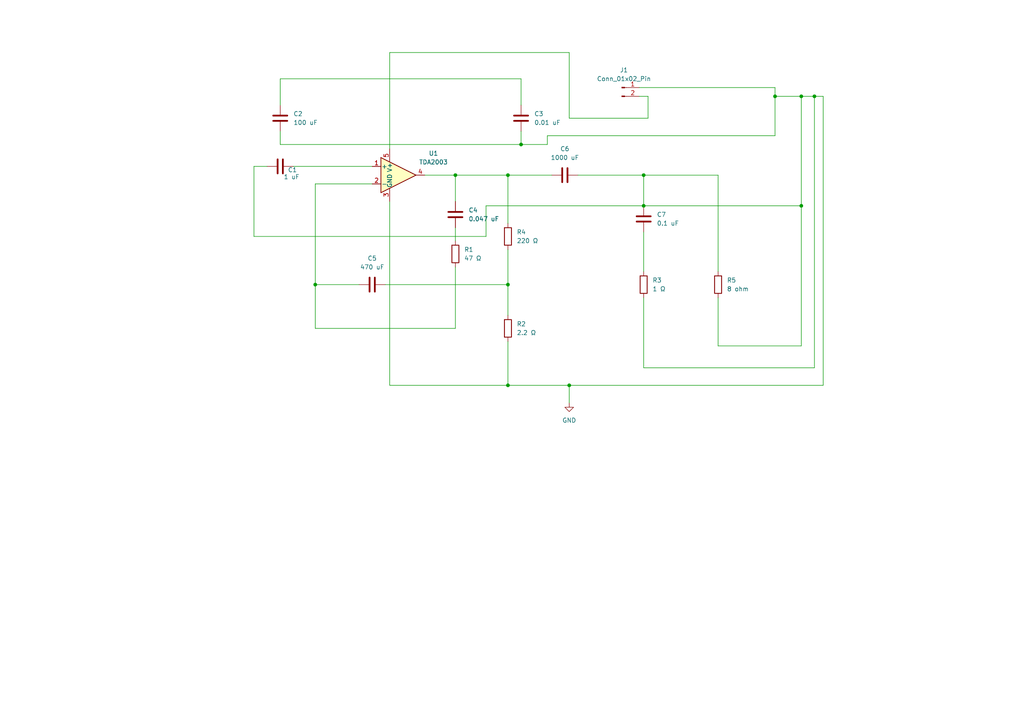
<source format=kicad_sch>
(kicad_sch (version 20231120) (generator "eeschema") (generator_version "8.0")
  (paper "A4")
  (lib_symbols
    (symbol "Amplifier_Audio:TDA2003" (pin_names (offset 0.127))
      (property "Reference" "U" (at 3.81 6.35 0))
      (property "Value" "TDA2003" (at 3.81 3.81 0))
      (symbol "TDA2003_0_1"
        (polyline (pts (xy -5.08 5.08) (xy 5.08 0) (xy -5.08 -5.08) (xy -5.08 5.08)) (stroke (width 0.254)) (fill (type background)))
      )
      (symbol "TDA2003_1_1"
        (pin input line (at -7.62 2.54 0) (length 2.54) (name "+") (number "1"))
        (pin input line (at -7.62 -2.54 0) (length 2.54) (name "-") (number "2"))
        (pin power_in line (at -2.54 -7.62 90) (length 3.81) (name "GND") (number "3"))
        (pin output line (at 7.62 0 180) (length 2.54) (name "~") (number "4"))
        (pin power_in line (at -2.54 7.62 270) (length 3.81) (name "V+") (number "5"))
      )
    )
    (symbol "Connector:Conn_01x02_Pin" (pin_names (offset 1.016) hide)
      (property "Reference" "J" (at 0 2.54 0))
      (property "Value" "Conn_01x02_Pin" (at 0 -5.08 0))
      (symbol "Conn_01x02_Pin_1_1"
        (polyline (pts (xy 1.27 -2.54) (xy 0.8636 -2.54)) (stroke (width 0.1524)))
        (polyline (pts (xy 1.27 0) (xy 0.8636 0)) (stroke (width 0.1524)))
        (rectangle (start 0.8636 -2.413) (end 0 -2.667) (stroke (width 0.1524)) (fill (type outline)))
        (rectangle (start 0.8636 0.127) (end 0 -0.127) (stroke (width 0.1524)) (fill (type outline)))
        (pin passive line (at 5.08 0 180) (length 3.81) (name "Pin_1") (number "1"))
        (pin passive line (at 5.08 -2.54 180) (length 3.81) (name "Pin_2") (number "2"))
      )
    )
    (symbol "Device:C" (pin_numbers hide) (pin_names (offset 0.254))
      (property "Reference" "C" (at 0.635 2.54 0))
      (property "Value" "C" (at 0.635 -2.54 0))
      (symbol "C_0_1"
        (polyline (pts (xy -2.032 -0.762) (xy 2.032 -0.762)) (stroke (width 0.508)))
        (polyline (pts (xy -2.032 0.762) (xy 2.032 0.762)) (stroke (width 0.508)))
      )
      (symbol "C_1_1"
        (pin passive line (at 0 3.81 270) (length 2.794) (name "~") (number "1"))
        (pin passive line (at 0 -3.81 90) (length 2.794) (name "~") (number "2"))
      )
    )
    (symbol "Device:R" (pin_numbers hide) (pin_names (offset 0))
      (property "Reference" "R" (at 2.032 0 90))
      (property "Value" "R" (at 0 0 90))
      (symbol "R_0_1"
        (rectangle (start -1.016 -2.54) (end 1.016 2.54) (stroke (width 0.254)))
      )
      (symbol "R_1_1"
        (pin passive line (at 0 3.81 270) (length 1.27) (name "~") (number "1"))
        (pin passive line (at 0 -3.81 90) (length 1.27) (name "~") (number "2"))
      )
    )
    (symbol "power:GND" (power) (pin_numbers hide) (pin_names (offset 0) hide)
      (property "Value" "GND" (at 0 -3.81 0))
      (symbol "GND_0_1"
        (polyline (pts (xy 0 0) (xy 0 -1.27) (xy 1.27 -1.27) (xy 0 -2.54) (xy -1.27 -1.27) (xy 0 -1.27)))
      )
      (symbol "GND_1_1"
        (pin power_in line (at 0 0 270) (length 0) (name "~") (number "1"))
      )
    )
  )
  (junction (at 232.41 27.94))
  (junction (at 224.79 27.94))
  (junction (at 186.69 59.69))
  (junction (at 151.13 41.91))
  (junction (at 132.08 50.8))
  (junction (at 147.32 111.76))
  (junction (at 91.44 82.55))
  (junction (at 236.22 27.94))
  (junction (at 186.69 50.8))
  (junction (at 165.1 111.76))
  (junction (at 147.32 82.55))
  (junction (at 232.41 59.69))
  (junction (at 147.32 50.8))
  (wire (pts (xy 158.75 41.91) (xy 151.13 41.91)))
  (wire (pts (xy 147.32 50.8) (xy 160.02 50.8)))
  (wire (pts (xy 208.28 100.33) (xy 232.41 100.33)))
  (wire (pts (xy 165.1 111.76) (xy 238.76 111.76)))
  (wire (pts (xy 147.32 82.55) (xy 147.32 91.44)))
  (wire (pts (xy 147.32 64.77) (xy 147.32 50.8)))
  (wire (pts (xy 187.96 27.94) (xy 185.42 27.94)))
  (wire (pts (xy 113.03 43.18) (xy 113.03 15.24)))
  (wire (pts (xy 224.79 25.4) (xy 224.79 27.94)))
  (wire (pts (xy 147.32 99.06) (xy 147.32 111.76)))
  (wire (pts (xy 73.66 48.26) (xy 73.66 68.58)))
  (wire (pts (xy 147.32 111.76) (xy 165.1 111.76)))
  (wire (pts (xy 132.08 95.25) (xy 91.44 95.25)))
  (wire (pts (xy 73.66 68.58) (xy 140.97 68.58)))
  (wire (pts (xy 186.69 106.68) (xy 236.22 106.68)))
  (wire (pts (xy 132.08 77.47) (xy 132.08 95.25)))
  (wire (pts (xy 85.09 48.26) (xy 107.95 48.26)))
  (wire (pts (xy 81.28 38.1) (xy 81.28 41.91)))
  (wire (pts (xy 151.13 22.86) (xy 151.13 30.48)))
  (wire (pts (xy 91.44 82.55) (xy 91.44 53.34)))
  (wire (pts (xy 232.41 27.94) (xy 224.79 27.94)))
  (wire (pts (xy 208.28 78.74) (xy 208.28 50.8)))
  (wire (pts (xy 132.08 50.8) (xy 132.08 58.42)))
  (wire (pts (xy 232.41 100.33) (xy 232.41 59.69)))
  (wire (pts (xy 151.13 38.1) (xy 151.13 41.91)))
  (wire (pts (xy 132.08 50.8) (xy 147.32 50.8)))
  (wire (pts (xy 140.97 59.69) (xy 186.69 59.69)))
  (wire (pts (xy 113.03 15.24) (xy 165.1 15.24)))
  (wire (pts (xy 238.76 111.76) (xy 238.76 27.94)))
  (wire (pts (xy 113.03 58.42) (xy 113.03 111.76)))
  (wire (pts (xy 132.08 66.04) (xy 132.08 69.85)))
  (wire (pts (xy 236.22 27.94) (xy 236.22 106.68)))
  (wire (pts (xy 186.69 50.8) (xy 208.28 50.8)))
  (wire (pts (xy 158.75 39.37) (xy 158.75 41.91)))
  (wire (pts (xy 147.32 72.39) (xy 147.32 82.55)))
  (wire (pts (xy 104.14 82.55) (xy 91.44 82.55)))
  (wire (pts (xy 158.75 39.37) (xy 224.79 39.37)))
  (wire (pts (xy 113.03 111.76) (xy 147.32 111.76)))
  (wire (pts (xy 186.69 59.69) (xy 232.41 59.69)))
  (wire (pts (xy 91.44 53.34) (xy 107.95 53.34)))
  (wire (pts (xy 238.76 27.94) (xy 236.22 27.94)))
  (wire (pts (xy 167.64 50.8) (xy 186.69 50.8)))
  (wire (pts (xy 81.28 30.48) (xy 81.28 22.86)))
  (wire (pts (xy 140.97 68.58) (xy 140.97 59.69)))
  (wire (pts (xy 165.1 15.24) (xy 165.1 34.29)))
  (wire (pts (xy 91.44 95.25) (xy 91.44 82.55)))
  (wire (pts (xy 186.69 67.31) (xy 186.69 78.74)))
  (wire (pts (xy 224.79 25.4) (xy 185.42 25.4)))
  (wire (pts (xy 77.47 48.26) (xy 73.66 48.26)))
  (wire (pts (xy 186.69 59.69) (xy 186.69 50.8)))
  (wire (pts (xy 224.79 27.94) (xy 224.79 39.37)))
  (wire (pts (xy 81.28 41.91) (xy 151.13 41.91)))
  (wire (pts (xy 208.28 86.36) (xy 208.28 100.33)))
  (wire (pts (xy 187.96 34.29) (xy 187.96 27.94)))
  (wire (pts (xy 232.41 59.69) (xy 232.41 27.94)))
  (wire (pts (xy 81.28 22.86) (xy 151.13 22.86)))
  (wire (pts (xy 165.1 111.76) (xy 165.1 116.84)))
  (wire (pts (xy 123.19 50.8) (xy 132.08 50.8)))
  (wire (pts (xy 165.1 34.29) (xy 187.96 34.29)))
  (wire (pts (xy 111.76 82.55) (xy 147.32 82.55)))
  (wire (pts (xy 236.22 27.94) (xy 232.41 27.94)))
  (wire (pts (xy 186.69 86.36) (xy 186.69 106.68)))
  (symbol (lib_id "Device:R") (at 147.32 68.58 0) (unit 1)
    (property "Reference" "R4" (at 149.86 67.3099 0) (effects (justify left)))
    (property "Value" "220 Ω" (at 149.86 69.8499 0) (effects (justify left)))
    (property "Footprint" "audioAmp:res" (effects (hide yes)))
    (property "Description" "Resistor" (effects (hide yes)))
  )
  (symbol (lib_id "Device:C") (at 151.13 34.29 0) (unit 1)
    (property "Reference" "C3" (at 154.94 33.0199 0) (effects (justify left)))
    (property "Value" "0.01 uF" (at 154.94 35.5599 0) (effects (justify left)))
    (property "Footprint" "audioAmp:cap" (effects (hide yes)))
    (property "Description" "Unpolarized capacitor" (effects (hide yes)))
  )
  (symbol (lib_id "Amplifier_Audio:TDA2003") (at 115.57 50.8 0) (unit 1)
    (property "Reference" "U1" (at 125.73 44.4814 0))
    (property "Value" "TDA2003" (at 125.73 47.0214 0))
    (property "Footprint" "audioAmp:tda" (effects (hide yes)))
    (property "Datasheet" "http://www.st.com/resource/en/datasheet/cd00000123.pdf" (effects (hide yes)))
    (property "Description" "10W Car Radio Audio Amplifier, TO-220-5" (effects (hide yes)))
  )
  (symbol (lib_id "Device:C") (at 81.28 48.26 90) (unit 1)
    (property "Reference" "C1" (at 84.836 49.276 90))
    (property "Value" "1 uF" (at 84.582 51.308 90))
    (property "Footprint" "audioAmp:cap" (effects (hide yes)))
    (property "Description" "Unpolarized capacitor" (effects (hide yes)))
  )
  (symbol (lib_id "power:GND") (at 165.1 116.84 0) (unit 1)
    (property "Reference" "#PWR01" (effects (hide yes)))
    (property "Value" "GND" (at 165.1 121.92 0))
    (property "Description" "Power symbol creates a global label with name \"GND\" , ground" (effects (hide yes)))
  )
  (symbol (lib_id "Connector:Conn_01x02_Pin") (at 180.34 25.4 0) (unit 1)
    (property "Reference" "J1" (at 180.975 20.32 0))
    (property "Value" "Conn_01x02_Pin" (at 180.975 22.86 0))
    (property "Footprint" "audioAmp:con" (effects (hide yes)))
    (property "Description" "Generic connector, single row, 01x02, script generated" (effects (hide yes)))
  )
  (symbol (lib_id "Device:C") (at 81.28 34.29 180) (unit 1)
    (property "Reference" "C2" (at 85.09 33.0199 0) (effects (justify right)))
    (property "Value" "100 uF" (at 85.09 35.5599 0) (effects (justify right)))
    (property "Footprint" "audioAmp:cap" (effects (hide yes)))
    (property "Description" "Unpolarized capacitor" (effects (hide yes)))
  )
  (symbol (lib_id "Device:C") (at 186.69 63.5 180) (unit 1)
    (property "Reference" "C7" (at 190.5 62.2299 0) (effects (justify right)))
    (property "Value" "0.1 uF" (at 190.5 64.7699 0) (effects (justify right)))
    (property "Footprint" "audioAmp:cap" (effects (hide yes)))
    (property "Description" "Unpolarized capacitor" (effects (hide yes)))
  )
  (symbol (lib_id "Device:R") (at 147.32 95.25 0) (unit 1)
    (property "Reference" "R2" (at 149.86 93.9799 0) (effects (justify left)))
    (property "Value" "2.2 Ω" (at 149.86 96.5199 0) (effects (justify left)))
    (property "Footprint" "audioAmp:res" (effects (hide yes)))
    (property "Description" "Resistor" (effects (hide yes)))
  )
  (symbol (lib_id "Device:C") (at 107.95 82.55 90) (unit 1)
    (property "Reference" "C5" (at 107.95 74.93 90))
    (property "Value" "470 uF" (at 107.95 77.47 90))
    (property "Footprint" "audioAmp:cap" (effects (hide yes)))
    (property "Description" "Unpolarized capacitor" (effects (hide yes)))
  )
  (symbol (lib_id "Device:C") (at 163.83 50.8 90) (unit 1)
    (property "Reference" "C6" (at 163.83 43.18 90))
    (property "Value" "1000 uF" (at 163.83 45.72 90))
    (property "Footprint" "audioAmp:cap" (effects (hide yes)))
    (property "Description" "Unpolarized capacitor" (effects (hide yes)))
  )
  (symbol (lib_id "Device:R") (at 208.28 82.55 0) (unit 1)
    (property "Reference" "R5" (at 210.82 81.2799 0) (effects (justify left)))
    (property "Value" "8 ohm" (at 210.82 83.8199 0) (effects (justify left)))
    (property "Footprint" "audioAmp:res" (effects (hide yes)))
    (property "Description" "Resistor" (effects (hide yes)))
  )
  (symbol (lib_id "Device:R") (at 132.08 73.66 0) (unit 1)
    (property "Reference" "R1" (at 134.62 72.3899 0) (effects (justify left)))
    (property "Value" "47 Ω" (at 134.62 74.9299 0) (effects (justify left)))
    (property "Footprint" "audioAmp:res" (effects (hide yes)))
    (property "Description" "Resistor" (effects (hide yes)))
  )
  (symbol (lib_id "Device:C") (at 132.08 62.23 180) (unit 1)
    (property "Reference" "C4" (at 135.89 60.9599 0) (effects (justify right)))
    (property "Value" "0.047 uF" (at 135.89 63.4999 0) (effects (justify right)))
    (property "Footprint" "audioAmp:cap" (effects (hide yes)))
    (property "Description" "Unpolarized capacitor" (effects (hide yes)))
  )
  (symbol (lib_id "Device:R") (at 186.69 82.55 0) (unit 1)
    (property "Reference" "R3" (at 189.23 81.2799 0) (effects (justify left)))
    (property "Value" "1 Ω" (at 189.23 83.8199 0) (effects (justify left)))
    (property "Footprint" "audioAmp:res" (effects (hide yes)))
    (property "Description" "Resistor" (effects (hide yes)))
  )
)
</source>
